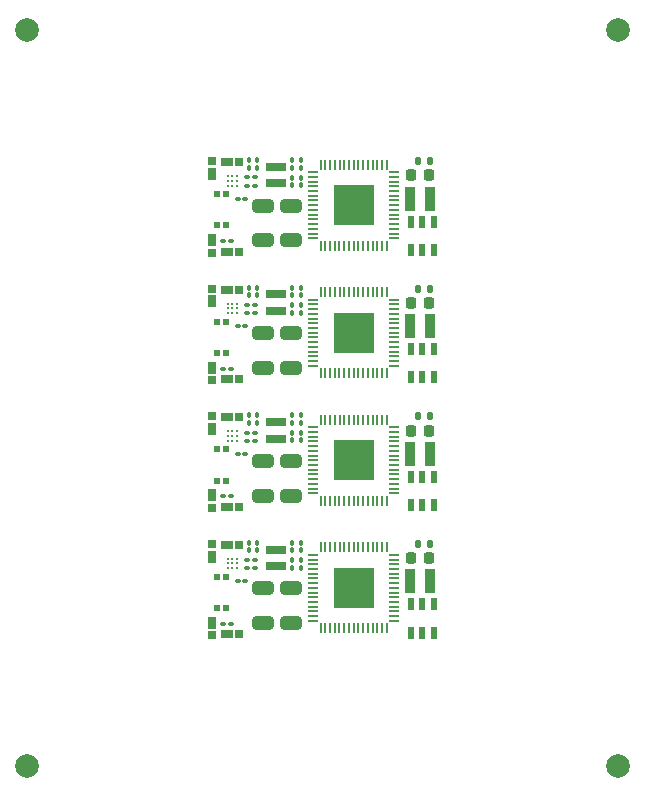
<source format=gts>
G04 #@! TF.GenerationSoftware,KiCad,Pcbnew,9.0.4*
G04 #@! TF.CreationDate,2025-09-01T20:06:35-04:00*
G04 #@! TF.ProjectId,rp2350-decoder,72703233-3530-42d6-9465-636f6465722e,v0.3.2*
G04 #@! TF.SameCoordinates,Original*
G04 #@! TF.FileFunction,Soldermask,Top*
G04 #@! TF.FilePolarity,Negative*
%FSLAX46Y46*%
G04 Gerber Fmt 4.6, Leading zero omitted, Abs format (unit mm)*
G04 Created by KiCad (PCBNEW 9.0.4) date 2025-09-01 20:06:35*
%MOMM*%
%LPD*%
G01*
G04 APERTURE LIST*
G04 Aperture macros list*
%AMRoundRect*
0 Rectangle with rounded corners*
0 $1 Rounding radius*
0 $2 $3 $4 $5 $6 $7 $8 $9 X,Y pos of 4 corners*
0 Add a 4 corners polygon primitive as box body*
4,1,4,$2,$3,$4,$5,$6,$7,$8,$9,$2,$3,0*
0 Add four circle primitives for the rounded corners*
1,1,$1+$1,$2,$3*
1,1,$1+$1,$4,$5*
1,1,$1+$1,$6,$7*
1,1,$1+$1,$8,$9*
0 Add four rect primitives between the rounded corners*
20,1,$1+$1,$2,$3,$4,$5,0*
20,1,$1+$1,$4,$5,$6,$7,0*
20,1,$1+$1,$6,$7,$8,$9,0*
20,1,$1+$1,$8,$9,$2,$3,0*%
G04 Aperture macros list end*
%ADD10RoundRect,0.100000X-0.100000X0.130000X-0.100000X-0.130000X0.100000X-0.130000X0.100000X0.130000X0*%
%ADD11RoundRect,0.100000X-0.130000X-0.100000X0.130000X-0.100000X0.130000X0.100000X-0.130000X0.100000X0*%
%ADD12R,0.950000X2.100000*%
%ADD13R,0.200000X0.880000*%
%ADD14R,0.880000X0.200000*%
%ADD15R,3.400000X3.400000*%
%ADD16RoundRect,0.100000X0.100000X-0.130000X0.100000X0.130000X-0.100000X0.130000X-0.100000X-0.130000X0*%
%ADD17RoundRect,0.250000X-0.650000X0.325000X-0.650000X-0.325000X0.650000X-0.325000X0.650000X0.325000X0*%
%ADD18C,0.230000*%
%ADD19R,0.800000X1.050000*%
%ADD20R,0.800000X0.650000*%
%ADD21R,1.050000X0.800000*%
%ADD22R,0.650000X0.800000*%
%ADD23R,0.550000X0.550000*%
%ADD24RoundRect,0.250000X0.650000X-0.325000X0.650000X0.325000X-0.650000X0.325000X-0.650000X-0.325000X0*%
%ADD25R,1.700000X0.700000*%
%ADD26R,0.550000X1.100000*%
%ADD27RoundRect,0.225000X-0.225000X-0.250000X0.225000X-0.250000X0.225000X0.250000X-0.225000X0.250000X0*%
%ADD28RoundRect,0.147500X0.147500X0.172500X-0.147500X0.172500X-0.147500X-0.172500X0.147500X-0.172500X0*%
%ADD29C,2.000000*%
G04 APERTURE END LIST*
D10*
G04 #@! TO.C,C15*
X32460000Y-25640000D03*
X32460000Y-26280000D03*
G04 #@! TD*
D11*
G04 #@! TO.C,R10*
X28622273Y-48697201D03*
X29262273Y-48697201D03*
G04 #@! TD*
D12*
G04 #@! TO.C,L1*
X44107500Y-28910000D03*
X42432500Y-28910000D03*
G04 #@! TD*
D13*
G04 #@! TO.C,U4*
X34840000Y-22090000D03*
X35240000Y-22090000D03*
X35640000Y-22090000D03*
X36040000Y-22090000D03*
X36440000Y-22090000D03*
X36840000Y-22090000D03*
X37240000Y-22090000D03*
X37640000Y-22090000D03*
X38040000Y-22090000D03*
X38440000Y-22090000D03*
X38840000Y-22090000D03*
X39240000Y-22090000D03*
X39640000Y-22090000D03*
X40040000Y-22090000D03*
X40440000Y-22090000D03*
D14*
X41080000Y-21450000D03*
X41080000Y-21050000D03*
X41080000Y-20650000D03*
X41080000Y-20250000D03*
X41080000Y-19850000D03*
X41080000Y-19450000D03*
X41080000Y-19050000D03*
X41080000Y-18650000D03*
X41080000Y-18250000D03*
X41080000Y-17850000D03*
X41080000Y-17450000D03*
X41080000Y-17050000D03*
X41080000Y-16650000D03*
X41080000Y-16250000D03*
X41080000Y-15850000D03*
D13*
X40440000Y-15210000D03*
X40050000Y-15210000D03*
X39650000Y-15210000D03*
X39250000Y-15210000D03*
X38850000Y-15210000D03*
X38450000Y-15210000D03*
X38050000Y-15210000D03*
X37650000Y-15210000D03*
X37250000Y-15210000D03*
X36850000Y-15210000D03*
X36450000Y-15210000D03*
X36050000Y-15210000D03*
X35650000Y-15210000D03*
X35250000Y-15210000D03*
X34850000Y-15210000D03*
D14*
X34200000Y-15850000D03*
X34200000Y-16250000D03*
X34200000Y-16650000D03*
X34200000Y-17050000D03*
X34200000Y-17450000D03*
X34200000Y-17850000D03*
X34200000Y-18250000D03*
X34200000Y-18650000D03*
X34200000Y-19050000D03*
X34200000Y-19450000D03*
X34200000Y-19850000D03*
X34200000Y-20250000D03*
X34200000Y-20650000D03*
X34200000Y-21050000D03*
X34200000Y-21450000D03*
D15*
X37640000Y-18650000D03*
G04 #@! TD*
D16*
G04 #@! TO.C,R14*
X33166559Y-15480022D03*
X33166559Y-14840022D03*
G04 #@! TD*
G04 #@! TO.C,C18*
X29460000Y-15480000D03*
X29460000Y-14840000D03*
G04 #@! TD*
D17*
G04 #@! TO.C,C6*
X29960000Y-29485000D03*
X29960000Y-32435000D03*
G04 #@! TD*
D18*
G04 #@! TO.C,U5*
X26968733Y-37787200D03*
X27368733Y-37787200D03*
X27768733Y-37787200D03*
X26968733Y-38187200D03*
X27368733Y-38187200D03*
X27768733Y-38187200D03*
X26968733Y-38587200D03*
X27368733Y-38587200D03*
X27768733Y-38587200D03*
G04 #@! TD*
D11*
G04 #@! TO.C,R11*
X27820000Y-39690000D03*
X28460000Y-39690000D03*
G04 #@! TD*
D16*
G04 #@! TO.C,C17*
X28760000Y-47880000D03*
X28760000Y-47240000D03*
G04 #@! TD*
D19*
G04 #@! TO.C,D4*
X25660000Y-21600000D03*
D20*
X25660000Y-22660000D03*
G04 #@! TD*
D16*
G04 #@! TO.C,C18*
X29460000Y-37080000D03*
X29460000Y-36440000D03*
G04 #@! TD*
D21*
G04 #@! TO.C,D1*
X26880000Y-47420000D03*
D22*
X27940000Y-47420000D03*
G04 #@! TD*
D12*
G04 #@! TO.C,L1*
X44107500Y-50510000D03*
X42432500Y-50510000D03*
G04 #@! TD*
D23*
G04 #@! TO.C,SW1*
X26050000Y-52770000D03*
X26810000Y-52770000D03*
X26050000Y-50130000D03*
X26810000Y-50130000D03*
G04 #@! TD*
D10*
G04 #@! TO.C,C10*
X33160000Y-16330000D03*
X33160000Y-16970000D03*
G04 #@! TD*
D24*
G04 #@! TO.C,C16*
X32340000Y-43235000D03*
X32340000Y-40285000D03*
G04 #@! TD*
D25*
G04 #@! TO.C,L2*
X31060000Y-38410000D03*
X31060000Y-37010000D03*
G04 #@! TD*
D12*
G04 #@! TO.C,L1*
X44107500Y-18110000D03*
X42432500Y-18110000D03*
G04 #@! TD*
D16*
G04 #@! TO.C,R14*
X33166559Y-37080022D03*
X33166559Y-36440022D03*
G04 #@! TD*
D10*
G04 #@! TO.C,C15*
X32460000Y-47240000D03*
X32460000Y-47880000D03*
G04 #@! TD*
D16*
G04 #@! TO.C,C17*
X28760000Y-37080000D03*
X28760000Y-36440000D03*
G04 #@! TD*
G04 #@! TO.C,C18*
X29460000Y-47880000D03*
X29460000Y-47240000D03*
G04 #@! TD*
G04 #@! TO.C,C17*
X28760000Y-26280000D03*
X28760000Y-25640000D03*
G04 #@! TD*
D11*
G04 #@! TO.C,R10*
X28622273Y-37897201D03*
X29262273Y-37897201D03*
G04 #@! TD*
D26*
G04 #@! TO.C,U2*
X42520000Y-54840000D03*
X43470000Y-54840000D03*
X44420000Y-54840000D03*
X44420000Y-52440000D03*
X43470000Y-52440000D03*
X42520000Y-52440000D03*
G04 #@! TD*
D11*
G04 #@! TO.C,R9*
X28622273Y-38597201D03*
X29262273Y-38597201D03*
G04 #@! TD*
D23*
G04 #@! TO.C,SW1*
X26050000Y-31170000D03*
X26810000Y-31170000D03*
X26050000Y-28530000D03*
X26810000Y-28530000D03*
G04 #@! TD*
D25*
G04 #@! TO.C,L2*
X31060000Y-27610000D03*
X31060000Y-26210000D03*
G04 #@! TD*
D27*
G04 #@! TO.C,C5*
X42475000Y-48530000D03*
X44025000Y-48530000D03*
G04 #@! TD*
D11*
G04 #@! TO.C,R9*
X28622273Y-27797201D03*
X29262273Y-27797201D03*
G04 #@! TD*
D10*
G04 #@! TO.C,C10*
X33160000Y-37930000D03*
X33160000Y-38570000D03*
G04 #@! TD*
D18*
G04 #@! TO.C,U5*
X26968733Y-26987200D03*
X27368733Y-26987200D03*
X27768733Y-26987200D03*
X26968733Y-27387200D03*
X27368733Y-27387200D03*
X27768733Y-27387200D03*
X26968733Y-27787200D03*
X27368733Y-27787200D03*
X27768733Y-27787200D03*
G04 #@! TD*
D11*
G04 #@! TO.C,R13*
X26590000Y-21690000D03*
X27230000Y-21690000D03*
G04 #@! TD*
D28*
G04 #@! TO.C,D9*
X44095000Y-47330000D03*
X43125000Y-47330000D03*
G04 #@! TD*
D24*
G04 #@! TO.C,C16*
X32340000Y-21635000D03*
X32340000Y-18685000D03*
G04 #@! TD*
D11*
G04 #@! TO.C,R13*
X26590000Y-32490000D03*
X27230000Y-32490000D03*
G04 #@! TD*
D19*
G04 #@! TO.C,D3*
X25660000Y-37600000D03*
D20*
X25660000Y-36540000D03*
G04 #@! TD*
D21*
G04 #@! TO.C,D2*
X26880000Y-22590000D03*
D22*
X27940000Y-22590000D03*
G04 #@! TD*
D17*
G04 #@! TO.C,C6*
X29960000Y-40285000D03*
X29960000Y-43235000D03*
G04 #@! TD*
D16*
G04 #@! TO.C,C17*
X28760000Y-15480000D03*
X28760000Y-14840000D03*
G04 #@! TD*
D27*
G04 #@! TO.C,C5*
X42475000Y-16130000D03*
X44025000Y-16130000D03*
G04 #@! TD*
D26*
G04 #@! TO.C,U2*
X42520000Y-33240000D03*
X43470000Y-33240000D03*
X44420000Y-33240000D03*
X44420000Y-30840000D03*
X43470000Y-30840000D03*
X42520000Y-30840000D03*
G04 #@! TD*
D13*
G04 #@! TO.C,U4*
X34840000Y-43690000D03*
X35240000Y-43690000D03*
X35640000Y-43690000D03*
X36040000Y-43690000D03*
X36440000Y-43690000D03*
X36840000Y-43690000D03*
X37240000Y-43690000D03*
X37640000Y-43690000D03*
X38040000Y-43690000D03*
X38440000Y-43690000D03*
X38840000Y-43690000D03*
X39240000Y-43690000D03*
X39640000Y-43690000D03*
X40040000Y-43690000D03*
X40440000Y-43690000D03*
D14*
X41080000Y-43050000D03*
X41080000Y-42650000D03*
X41080000Y-42250000D03*
X41080000Y-41850000D03*
X41080000Y-41450000D03*
X41080000Y-41050000D03*
X41080000Y-40650000D03*
X41080000Y-40250000D03*
X41080000Y-39850000D03*
X41080000Y-39450000D03*
X41080000Y-39050000D03*
X41080000Y-38650000D03*
X41080000Y-38250000D03*
X41080000Y-37850000D03*
X41080000Y-37450000D03*
D13*
X40440000Y-36810000D03*
X40050000Y-36810000D03*
X39650000Y-36810000D03*
X39250000Y-36810000D03*
X38850000Y-36810000D03*
X38450000Y-36810000D03*
X38050000Y-36810000D03*
X37650000Y-36810000D03*
X37250000Y-36810000D03*
X36850000Y-36810000D03*
X36450000Y-36810000D03*
X36050000Y-36810000D03*
X35650000Y-36810000D03*
X35250000Y-36810000D03*
X34850000Y-36810000D03*
D14*
X34200000Y-37450000D03*
X34200000Y-37850000D03*
X34200000Y-38250000D03*
X34200000Y-38650000D03*
X34200000Y-39050000D03*
X34200000Y-39450000D03*
X34200000Y-39850000D03*
X34200000Y-40250000D03*
X34200000Y-40650000D03*
X34200000Y-41050000D03*
X34200000Y-41450000D03*
X34200000Y-41850000D03*
X34200000Y-42250000D03*
X34200000Y-42650000D03*
X34200000Y-43050000D03*
D15*
X37640000Y-40250000D03*
G04 #@! TD*
D21*
G04 #@! TO.C,D2*
X26880000Y-54990000D03*
D22*
X27940000Y-54990000D03*
G04 #@! TD*
D16*
G04 #@! TO.C,C9*
X32460000Y-27770000D03*
X32460000Y-27130000D03*
G04 #@! TD*
G04 #@! TO.C,C18*
X29460000Y-26280000D03*
X29460000Y-25640000D03*
G04 #@! TD*
D10*
G04 #@! TO.C,C10*
X33160000Y-48730000D03*
X33160000Y-49370000D03*
G04 #@! TD*
D28*
G04 #@! TO.C,D9*
X44095000Y-36530000D03*
X43125000Y-36530000D03*
G04 #@! TD*
D11*
G04 #@! TO.C,R11*
X27820000Y-18090000D03*
X28460000Y-18090000D03*
G04 #@! TD*
D26*
G04 #@! TO.C,U2*
X42520000Y-44040000D03*
X43470000Y-44040000D03*
X44420000Y-44040000D03*
X44420000Y-41640000D03*
X43470000Y-41640000D03*
X42520000Y-41640000D03*
G04 #@! TD*
G04 #@! TO.C,U2*
X42520000Y-22440000D03*
X43470000Y-22440000D03*
X44420000Y-22440000D03*
X44420000Y-20040000D03*
X43470000Y-20040000D03*
X42520000Y-20040000D03*
G04 #@! TD*
D19*
G04 #@! TO.C,D4*
X25660000Y-43200000D03*
D20*
X25660000Y-44260000D03*
G04 #@! TD*
D29*
G04 #@! TO.C,KiKit_FID_T_2*
X60000000Y-3850000D03*
G04 #@! TD*
D28*
G04 #@! TO.C,D9*
X44095000Y-25730000D03*
X43125000Y-25730000D03*
G04 #@! TD*
D11*
G04 #@! TO.C,R10*
X28622273Y-16297201D03*
X29262273Y-16297201D03*
G04 #@! TD*
D24*
G04 #@! TO.C,C16*
X32340000Y-54035000D03*
X32340000Y-51085000D03*
G04 #@! TD*
D19*
G04 #@! TO.C,D4*
X25660000Y-54000000D03*
D20*
X25660000Y-55060000D03*
G04 #@! TD*
D21*
G04 #@! TO.C,D1*
X26880000Y-15020000D03*
D22*
X27940000Y-15020000D03*
G04 #@! TD*
D19*
G04 #@! TO.C,D4*
X25660000Y-32400000D03*
D20*
X25660000Y-33460000D03*
G04 #@! TD*
D17*
G04 #@! TO.C,C6*
X29960000Y-18685000D03*
X29960000Y-21635000D03*
G04 #@! TD*
D27*
G04 #@! TO.C,C5*
X42475000Y-37730000D03*
X44025000Y-37730000D03*
G04 #@! TD*
G04 #@! TO.C,C5*
X42475000Y-26930000D03*
X44025000Y-26930000D03*
G04 #@! TD*
D19*
G04 #@! TO.C,D3*
X25660000Y-26800000D03*
D20*
X25660000Y-25740000D03*
G04 #@! TD*
D21*
G04 #@! TO.C,D1*
X26880000Y-25820000D03*
D22*
X27940000Y-25820000D03*
G04 #@! TD*
D11*
G04 #@! TO.C,R9*
X28622273Y-49397201D03*
X29262273Y-49397201D03*
G04 #@! TD*
D25*
G04 #@! TO.C,L2*
X31060000Y-49210000D03*
X31060000Y-47810000D03*
G04 #@! TD*
D21*
G04 #@! TO.C,D2*
X26880000Y-44190000D03*
D22*
X27940000Y-44190000D03*
G04 #@! TD*
D11*
G04 #@! TO.C,R11*
X27820000Y-50490000D03*
X28460000Y-50490000D03*
G04 #@! TD*
D29*
G04 #@! TO.C,KiKit_FID_T_3*
X10000000Y-66150000D03*
G04 #@! TD*
D12*
G04 #@! TO.C,L1*
X44107500Y-39710000D03*
X42432500Y-39710000D03*
G04 #@! TD*
D13*
G04 #@! TO.C,U4*
X34840000Y-54490000D03*
X35240000Y-54490000D03*
X35640000Y-54490000D03*
X36040000Y-54490000D03*
X36440000Y-54490000D03*
X36840000Y-54490000D03*
X37240000Y-54490000D03*
X37640000Y-54490000D03*
X38040000Y-54490000D03*
X38440000Y-54490000D03*
X38840000Y-54490000D03*
X39240000Y-54490000D03*
X39640000Y-54490000D03*
X40040000Y-54490000D03*
X40440000Y-54490000D03*
D14*
X41080000Y-53850000D03*
X41080000Y-53450000D03*
X41080000Y-53050000D03*
X41080000Y-52650000D03*
X41080000Y-52250000D03*
X41080000Y-51850000D03*
X41080000Y-51450000D03*
X41080000Y-51050000D03*
X41080000Y-50650000D03*
X41080000Y-50250000D03*
X41080000Y-49850000D03*
X41080000Y-49450000D03*
X41080000Y-49050000D03*
X41080000Y-48650000D03*
X41080000Y-48250000D03*
D13*
X40440000Y-47610000D03*
X40050000Y-47610000D03*
X39650000Y-47610000D03*
X39250000Y-47610000D03*
X38850000Y-47610000D03*
X38450000Y-47610000D03*
X38050000Y-47610000D03*
X37650000Y-47610000D03*
X37250000Y-47610000D03*
X36850000Y-47610000D03*
X36450000Y-47610000D03*
X36050000Y-47610000D03*
X35650000Y-47610000D03*
X35250000Y-47610000D03*
X34850000Y-47610000D03*
D14*
X34200000Y-48250000D03*
X34200000Y-48650000D03*
X34200000Y-49050000D03*
X34200000Y-49450000D03*
X34200000Y-49850000D03*
X34200000Y-50250000D03*
X34200000Y-50650000D03*
X34200000Y-51050000D03*
X34200000Y-51450000D03*
X34200000Y-51850000D03*
X34200000Y-52250000D03*
X34200000Y-52650000D03*
X34200000Y-53050000D03*
X34200000Y-53450000D03*
X34200000Y-53850000D03*
D15*
X37640000Y-51050000D03*
G04 #@! TD*
D16*
G04 #@! TO.C,R14*
X33166559Y-26280022D03*
X33166559Y-25640022D03*
G04 #@! TD*
D11*
G04 #@! TO.C,R13*
X26590000Y-54090000D03*
X27230000Y-54090000D03*
G04 #@! TD*
D10*
G04 #@! TO.C,C15*
X32460000Y-14840000D03*
X32460000Y-15480000D03*
G04 #@! TD*
D23*
G04 #@! TO.C,SW1*
X26050000Y-41970000D03*
X26810000Y-41970000D03*
X26050000Y-39330000D03*
X26810000Y-39330000D03*
G04 #@! TD*
D13*
G04 #@! TO.C,U4*
X34840000Y-32890000D03*
X35240000Y-32890000D03*
X35640000Y-32890000D03*
X36040000Y-32890000D03*
X36440000Y-32890000D03*
X36840000Y-32890000D03*
X37240000Y-32890000D03*
X37640000Y-32890000D03*
X38040000Y-32890000D03*
X38440000Y-32890000D03*
X38840000Y-32890000D03*
X39240000Y-32890000D03*
X39640000Y-32890000D03*
X40040000Y-32890000D03*
X40440000Y-32890000D03*
D14*
X41080000Y-32250000D03*
X41080000Y-31850000D03*
X41080000Y-31450000D03*
X41080000Y-31050000D03*
X41080000Y-30650000D03*
X41080000Y-30250000D03*
X41080000Y-29850000D03*
X41080000Y-29450000D03*
X41080000Y-29050000D03*
X41080000Y-28650000D03*
X41080000Y-28250000D03*
X41080000Y-27850000D03*
X41080000Y-27450000D03*
X41080000Y-27050000D03*
X41080000Y-26650000D03*
D13*
X40440000Y-26010000D03*
X40050000Y-26010000D03*
X39650000Y-26010000D03*
X39250000Y-26010000D03*
X38850000Y-26010000D03*
X38450000Y-26010000D03*
X38050000Y-26010000D03*
X37650000Y-26010000D03*
X37250000Y-26010000D03*
X36850000Y-26010000D03*
X36450000Y-26010000D03*
X36050000Y-26010000D03*
X35650000Y-26010000D03*
X35250000Y-26010000D03*
X34850000Y-26010000D03*
D14*
X34200000Y-26650000D03*
X34200000Y-27050000D03*
X34200000Y-27450000D03*
X34200000Y-27850000D03*
X34200000Y-28250000D03*
X34200000Y-28650000D03*
X34200000Y-29050000D03*
X34200000Y-29450000D03*
X34200000Y-29850000D03*
X34200000Y-30250000D03*
X34200000Y-30650000D03*
X34200000Y-31050000D03*
X34200000Y-31450000D03*
X34200000Y-31850000D03*
X34200000Y-32250000D03*
D15*
X37640000Y-29450000D03*
G04 #@! TD*
D21*
G04 #@! TO.C,D1*
X26880000Y-36620000D03*
D22*
X27940000Y-36620000D03*
G04 #@! TD*
D16*
G04 #@! TO.C,C9*
X32460000Y-38570000D03*
X32460000Y-37930000D03*
G04 #@! TD*
D21*
G04 #@! TO.C,D2*
X26880000Y-33390000D03*
D22*
X27940000Y-33390000D03*
G04 #@! TD*
D17*
G04 #@! TO.C,C6*
X29960000Y-51085000D03*
X29960000Y-54035000D03*
G04 #@! TD*
D10*
G04 #@! TO.C,C10*
X33160000Y-27130000D03*
X33160000Y-27770000D03*
G04 #@! TD*
D11*
G04 #@! TO.C,R13*
X26590000Y-43290000D03*
X27230000Y-43290000D03*
G04 #@! TD*
G04 #@! TO.C,R10*
X28622273Y-27097201D03*
X29262273Y-27097201D03*
G04 #@! TD*
G04 #@! TO.C,R11*
X27820000Y-28890000D03*
X28460000Y-28890000D03*
G04 #@! TD*
D25*
G04 #@! TO.C,L2*
X31060000Y-16810000D03*
X31060000Y-15410000D03*
G04 #@! TD*
D19*
G04 #@! TO.C,D3*
X25660000Y-48400000D03*
D20*
X25660000Y-47340000D03*
G04 #@! TD*
D16*
G04 #@! TO.C,R14*
X33166559Y-47880022D03*
X33166559Y-47240022D03*
G04 #@! TD*
D11*
G04 #@! TO.C,R9*
X28622273Y-16997201D03*
X29262273Y-16997201D03*
G04 #@! TD*
D23*
G04 #@! TO.C,SW1*
X26050000Y-20370000D03*
X26810000Y-20370000D03*
X26050000Y-17730000D03*
X26810000Y-17730000D03*
G04 #@! TD*
D18*
G04 #@! TO.C,U5*
X26968733Y-48587200D03*
X27368733Y-48587200D03*
X27768733Y-48587200D03*
X26968733Y-48987200D03*
X27368733Y-48987200D03*
X27768733Y-48987200D03*
X26968733Y-49387200D03*
X27368733Y-49387200D03*
X27768733Y-49387200D03*
G04 #@! TD*
D19*
G04 #@! TO.C,D3*
X25660000Y-16000000D03*
D20*
X25660000Y-14940000D03*
G04 #@! TD*
D16*
G04 #@! TO.C,C9*
X32460000Y-16970000D03*
X32460000Y-16330000D03*
G04 #@! TD*
D29*
G04 #@! TO.C,KiKit_FID_T_1*
X10000000Y-3850000D03*
G04 #@! TD*
G04 #@! TO.C,KiKit_FID_T_4*
X60000000Y-66150000D03*
G04 #@! TD*
D16*
G04 #@! TO.C,C9*
X32460000Y-49370000D03*
X32460000Y-48730000D03*
G04 #@! TD*
D24*
G04 #@! TO.C,C16*
X32340000Y-32435000D03*
X32340000Y-29485000D03*
G04 #@! TD*
D28*
G04 #@! TO.C,D9*
X44095000Y-14930000D03*
X43125000Y-14930000D03*
G04 #@! TD*
D18*
G04 #@! TO.C,U5*
X26968733Y-16187200D03*
X27368733Y-16187200D03*
X27768733Y-16187200D03*
X26968733Y-16587200D03*
X27368733Y-16587200D03*
X27768733Y-16587200D03*
X26968733Y-16987200D03*
X27368733Y-16987200D03*
X27768733Y-16987200D03*
G04 #@! TD*
D10*
G04 #@! TO.C,C15*
X32460000Y-36440000D03*
X32460000Y-37080000D03*
G04 #@! TD*
M02*

</source>
